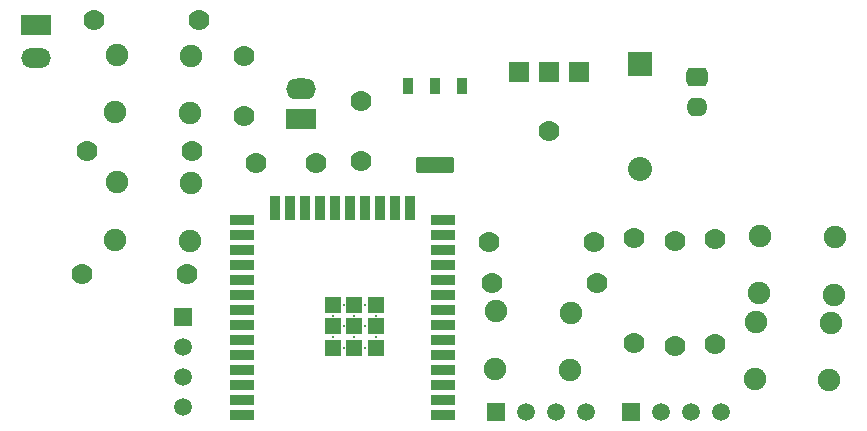
<source format=gbr>
G04*
G04 #@! TF.GenerationSoftware,Altium Limited,Altium Designer,25.0.2 (28)*
G04*
G04 Layer_Color=255*
%FSLAX44Y44*%
%MOMM*%
G71*
G04*
G04 #@! TF.SameCoordinates,D42C59B9-CDD2-46E9-AE24-7A473A00D307*
G04*
G04*
G04 #@! TF.FilePolarity,Positive*
G04*
G01*
G75*
%ADD17R,2.0000X0.9000*%
%ADD18R,0.9000X2.0000*%
%ADD19R,1.3300X1.3300*%
G04:AMPARAMS|DCode=20|XSize=1.31mm|YSize=0.93mm|CornerRadius=0.0698mm|HoleSize=0mm|Usage=FLASHONLY|Rotation=270.000|XOffset=0mm|YOffset=0mm|HoleType=Round|Shape=RoundedRectangle|*
%AMROUNDEDRECTD20*
21,1,1.3100,0.7905,0,0,270.0*
21,1,1.1705,0.9300,0,0,270.0*
1,1,0.1395,-0.3953,-0.5853*
1,1,0.1395,-0.3953,0.5853*
1,1,0.1395,0.3953,0.5853*
1,1,0.1395,0.3953,-0.5853*
%
%ADD20ROUNDEDRECTD20*%
G04:AMPARAMS|DCode=21|XSize=1.31mm|YSize=3.24mm|CornerRadius=0.0983mm|HoleSize=0mm|Usage=FLASHONLY|Rotation=270.000|XOffset=0mm|YOffset=0mm|HoleType=Round|Shape=RoundedRectangle|*
%AMROUNDEDRECTD21*
21,1,1.3100,3.0435,0,0,270.0*
21,1,1.1135,3.2400,0,0,270.0*
1,1,0.1965,-1.5218,-0.5568*
1,1,0.1965,-1.5218,0.5568*
1,1,0.1965,1.5218,0.5568*
1,1,0.1965,1.5218,-0.5568*
%
%ADD21ROUNDEDRECTD21*%
%ADD50C,0.3000*%
%ADD51C,1.7780*%
%ADD52R,1.7780X1.7780*%
%ADD53C,1.9050*%
%ADD54R,1.5000X1.5000*%
%ADD55C,1.5000*%
%ADD56R,1.5000X1.5000*%
G04:AMPARAMS|DCode=57|XSize=1.6mm|YSize=1.8mm|CornerRadius=0.4mm|HoleSize=0mm|Usage=FLASHONLY|Rotation=270.000|XOffset=0mm|YOffset=0mm|HoleType=Round|Shape=RoundedRectangle|*
%AMROUNDEDRECTD57*
21,1,1.6000,1.0000,0,0,270.0*
21,1,0.8000,1.8000,0,0,270.0*
1,1,0.8000,-0.5000,-0.4000*
1,1,0.8000,-0.5000,0.4000*
1,1,0.8000,0.5000,0.4000*
1,1,0.8000,0.5000,-0.4000*
%
%ADD57ROUNDEDRECTD57*%
%ADD58O,1.8000X1.6000*%
%ADD59R,2.0320X2.0320*%
%ADD60C,2.0320*%
%ADD61O,2.5400X1.7780*%
%ADD62R,2.5400X1.7780*%
%ADD63O,2.5400X1.6510*%
%ADD64R,2.5400X1.6510*%
D17*
X958350Y483800D02*
D03*
Y496500D02*
D03*
Y509200D02*
D03*
Y521900D02*
D03*
Y534600D02*
D03*
Y547300D02*
D03*
Y560000D02*
D03*
Y572700D02*
D03*
Y585400D02*
D03*
Y598100D02*
D03*
Y610800D02*
D03*
Y623500D02*
D03*
Y636200D02*
D03*
Y648900D02*
D03*
X788350D02*
D03*
Y636200D02*
D03*
Y623500D02*
D03*
Y610800D02*
D03*
Y598100D02*
D03*
Y585400D02*
D03*
Y572700D02*
D03*
Y560000D02*
D03*
Y547300D02*
D03*
Y534600D02*
D03*
Y521900D02*
D03*
Y509200D02*
D03*
Y496500D02*
D03*
Y483800D02*
D03*
D18*
X930500Y658900D02*
D03*
X917800D02*
D03*
X905100D02*
D03*
X892400D02*
D03*
X879700D02*
D03*
X867000D02*
D03*
X854300D02*
D03*
X841600D02*
D03*
X828900D02*
D03*
X816200D02*
D03*
D19*
X901700Y540450D02*
D03*
X883350D02*
D03*
X865000D02*
D03*
X901700Y558800D02*
D03*
X883350D02*
D03*
X865000D02*
D03*
X901700Y577150D02*
D03*
X883350D02*
D03*
X865000D02*
D03*
D20*
X974130Y762430D02*
D03*
X951230D02*
D03*
X928330D02*
D03*
D21*
X951230Y695530D02*
D03*
D50*
X892525Y540450D02*
D03*
X874175D02*
D03*
X901700Y549625D02*
D03*
X883350D02*
D03*
X865000D02*
D03*
X892525Y558800D02*
D03*
X874175D02*
D03*
X901700Y567975D02*
D03*
X883350D02*
D03*
X865000D02*
D03*
X892525Y577150D02*
D03*
X874175D02*
D03*
D51*
X1047750Y723900D02*
D03*
X999490Y595630D02*
D03*
X1088390D02*
D03*
X652780Y603250D02*
D03*
X741680D02*
D03*
X656590Y707390D02*
D03*
X745490D02*
D03*
X1154430Y631190D02*
D03*
Y542290D02*
D03*
X1085850Y629920D02*
D03*
X996950D02*
D03*
X889000Y749300D02*
D03*
Y698500D02*
D03*
X850900Y697230D02*
D03*
X800100D02*
D03*
X789940Y736600D02*
D03*
Y787400D02*
D03*
X1188720Y543560D02*
D03*
Y632460D02*
D03*
X1120140Y544830D02*
D03*
Y633730D02*
D03*
X662940Y817880D02*
D03*
X751840D02*
D03*
D52*
X1073150Y773900D02*
D03*
X1047750D02*
D03*
X1022350D02*
D03*
D53*
X681990Y788670D02*
D03*
X744220Y739140D02*
D03*
X744982Y787908D02*
D03*
X680466Y740156D02*
D03*
X1065530Y521970D02*
D03*
X1003300Y571500D02*
D03*
X1002538Y522732D02*
D03*
X1067054Y570484D02*
D03*
X681990Y680720D02*
D03*
X744220Y631190D02*
D03*
X744982Y679958D02*
D03*
X680466Y632206D02*
D03*
X1227074Y635254D02*
D03*
X1289304Y585724D02*
D03*
X1290066Y634492D02*
D03*
X1225550Y586740D02*
D03*
X1285240Y513080D02*
D03*
X1223010Y562610D02*
D03*
X1222248Y513842D02*
D03*
X1286764Y561594D02*
D03*
D54*
X737870Y566420D02*
D03*
D55*
Y541020D02*
D03*
Y515620D02*
D03*
Y490220D02*
D03*
X1028700Y486410D02*
D03*
X1054100D02*
D03*
X1079500D02*
D03*
X1143000D02*
D03*
X1168400D02*
D03*
X1193800D02*
D03*
D56*
X1003300D02*
D03*
X1117600D02*
D03*
D57*
X1173480Y769620D02*
D03*
D58*
Y744220D02*
D03*
D59*
X1125220Y781050D02*
D03*
D60*
Y692150D02*
D03*
D61*
X838200Y759460D02*
D03*
D62*
Y734060D02*
D03*
D63*
X613410Y786130D02*
D03*
D64*
Y814070D02*
D03*
M02*

</source>
